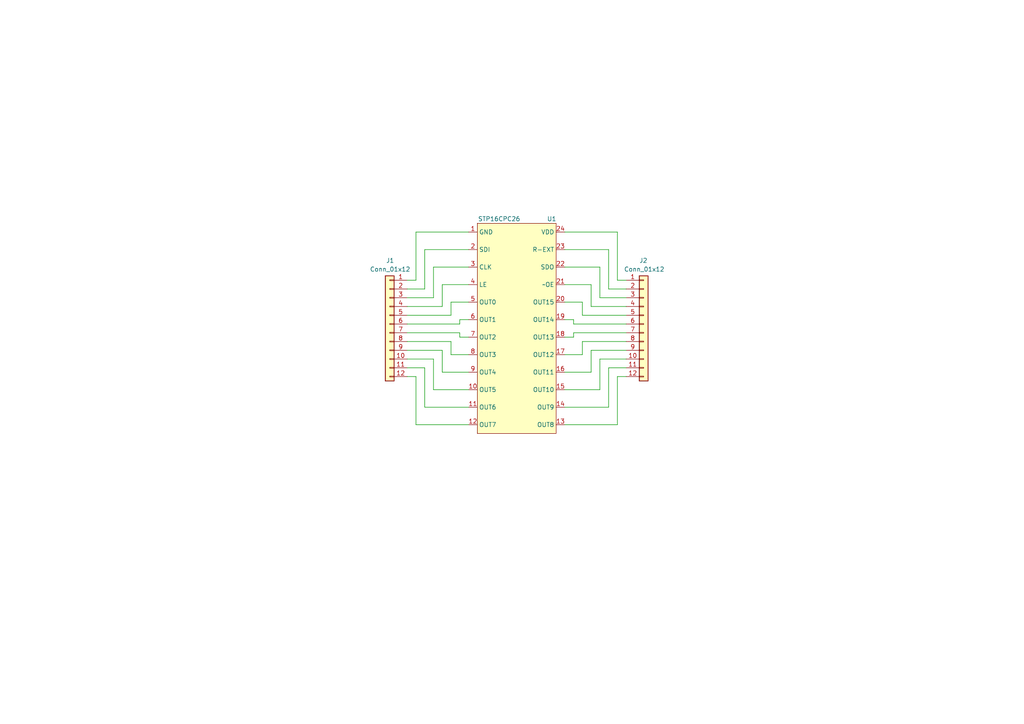
<source format=kicad_sch>
(kicad_sch (version 20210621) (generator eeschema)

  (uuid ed1cc64f-3a70-439f-9cc9-77264d8f794d)

  (paper "A4")

  (lib_symbols
    (symbol "Connector_Generic:Conn_01x12" (pin_names (offset 1.016) hide) (in_bom yes) (on_board yes)
      (property "Reference" "J" (id 0) (at 0 15.24 0)
        (effects (font (size 1.27 1.27)))
      )
      (property "Value" "Conn_01x12" (id 1) (at 0 -17.78 0)
        (effects (font (size 1.27 1.27)))
      )
      (property "Footprint" "" (id 2) (at 0 0 0)
        (effects (font (size 1.27 1.27)) hide)
      )
      (property "Datasheet" "~" (id 3) (at 0 0 0)
        (effects (font (size 1.27 1.27)) hide)
      )
      (property "ki_keywords" "connector" (id 4) (at 0 0 0)
        (effects (font (size 1.27 1.27)) hide)
      )
      (property "ki_description" "Generic connector, single row, 01x12, script generated (kicad-library-utils/schlib/autogen/connector/)" (id 5) (at 0 0 0)
        (effects (font (size 1.27 1.27)) hide)
      )
      (property "ki_fp_filters" "Connector*:*_1x??_*" (id 6) (at 0 0 0)
        (effects (font (size 1.27 1.27)) hide)
      )
      (symbol "Conn_01x12_1_1"
        (rectangle (start -1.27 -15.113) (end 0 -15.367)
          (stroke (width 0.1524)) (fill (type none))
        )
        (rectangle (start -1.27 -12.573) (end 0 -12.827)
          (stroke (width 0.1524)) (fill (type none))
        )
        (rectangle (start -1.27 -10.033) (end 0 -10.287)
          (stroke (width 0.1524)) (fill (type none))
        )
        (rectangle (start -1.27 -7.493) (end 0 -7.747)
          (stroke (width 0.1524)) (fill (type none))
        )
        (rectangle (start -1.27 -4.953) (end 0 -5.207)
          (stroke (width 0.1524)) (fill (type none))
        )
        (rectangle (start -1.27 -2.413) (end 0 -2.667)
          (stroke (width 0.1524)) (fill (type none))
        )
        (rectangle (start -1.27 0.127) (end 0 -0.127)
          (stroke (width 0.1524)) (fill (type none))
        )
        (rectangle (start -1.27 2.667) (end 0 2.413)
          (stroke (width 0.1524)) (fill (type none))
        )
        (rectangle (start -1.27 5.207) (end 0 4.953)
          (stroke (width 0.1524)) (fill (type none))
        )
        (rectangle (start -1.27 7.747) (end 0 7.493)
          (stroke (width 0.1524)) (fill (type none))
        )
        (rectangle (start -1.27 10.287) (end 0 10.033)
          (stroke (width 0.1524)) (fill (type none))
        )
        (rectangle (start -1.27 12.827) (end 0 12.573)
          (stroke (width 0.1524)) (fill (type none))
        )
        (rectangle (start -1.27 13.97) (end 1.27 -16.51)
          (stroke (width 0.254)) (fill (type background))
        )
        (pin passive line (at -5.08 12.7 0) (length 3.81)
          (name "Pin_1" (effects (font (size 1.27 1.27))))
          (number "1" (effects (font (size 1.27 1.27))))
        )
        (pin passive line (at -5.08 -10.16 0) (length 3.81)
          (name "Pin_10" (effects (font (size 1.27 1.27))))
          (number "10" (effects (font (size 1.27 1.27))))
        )
        (pin passive line (at -5.08 -12.7 0) (length 3.81)
          (name "Pin_11" (effects (font (size 1.27 1.27))))
          (number "11" (effects (font (size 1.27 1.27))))
        )
        (pin passive line (at -5.08 -15.24 0) (length 3.81)
          (name "Pin_12" (effects (font (size 1.27 1.27))))
          (number "12" (effects (font (size 1.27 1.27))))
        )
        (pin passive line (at -5.08 10.16 0) (length 3.81)
          (name "Pin_2" (effects (font (size 1.27 1.27))))
          (number "2" (effects (font (size 1.27 1.27))))
        )
        (pin passive line (at -5.08 7.62 0) (length 3.81)
          (name "Pin_3" (effects (font (size 1.27 1.27))))
          (number "3" (effects (font (size 1.27 1.27))))
        )
        (pin passive line (at -5.08 5.08 0) (length 3.81)
          (name "Pin_4" (effects (font (size 1.27 1.27))))
          (number "4" (effects (font (size 1.27 1.27))))
        )
        (pin passive line (at -5.08 2.54 0) (length 3.81)
          (name "Pin_5" (effects (font (size 1.27 1.27))))
          (number "5" (effects (font (size 1.27 1.27))))
        )
        (pin passive line (at -5.08 0 0) (length 3.81)
          (name "Pin_6" (effects (font (size 1.27 1.27))))
          (number "6" (effects (font (size 1.27 1.27))))
        )
        (pin passive line (at -5.08 -2.54 0) (length 3.81)
          (name "Pin_7" (effects (font (size 1.27 1.27))))
          (number "7" (effects (font (size 1.27 1.27))))
        )
        (pin passive line (at -5.08 -5.08 0) (length 3.81)
          (name "Pin_8" (effects (font (size 1.27 1.27))))
          (number "8" (effects (font (size 1.27 1.27))))
        )
        (pin passive line (at -5.08 -7.62 0) (length 3.81)
          (name "Pin_9" (effects (font (size 1.27 1.27))))
          (number "9" (effects (font (size 1.27 1.27))))
        )
      )
    )
    (symbol "SO-24_Breakout:STP16CPC26" (in_bom yes) (on_board yes)
      (property "Reference" "U" (id 0) (at 8.89 31.75 0)
        (effects (font (size 1.27 1.27)))
      )
      (property "Value" "STP16CPC26" (id 1) (at -5.08 31.75 0)
        (effects (font (size 1.27 1.27)))
      )
      (property "Footprint" "" (id 2) (at 0 20.32 0)
        (effects (font (size 1.27 1.27)) hide)
      )
      (property "Datasheet" "" (id 3) (at 0 20.32 0)
        (effects (font (size 1.27 1.27)) hide)
      )
      (symbol "STP16CPC26_0_1"
        (rectangle (start -11.43 30.48) (end 11.43 -30.48)
          (stroke (width 0.1524)) (fill (type background))
        )
      )
      (symbol "STP16CPC26_1_1"
        (pin power_in line (at -13.97 27.94 0) (length 2.54)
          (name "GND" (effects (font (size 1.27 1.27))))
          (number "1" (effects (font (size 1.27 1.27))))
        )
        (pin output line (at -13.97 -17.78 0) (length 2.54)
          (name "OUT5" (effects (font (size 1.27 1.27))))
          (number "10" (effects (font (size 1.27 1.27))))
        )
        (pin output line (at -13.97 -22.86 0) (length 2.54)
          (name "OUT6" (effects (font (size 1.27 1.27))))
          (number "11" (effects (font (size 1.27 1.27))))
        )
        (pin output line (at -13.97 -27.94 0) (length 2.54)
          (name "OUT7" (effects (font (size 1.27 1.27))))
          (number "12" (effects (font (size 1.27 1.27))))
        )
        (pin output line (at 13.97 -27.94 180) (length 2.54)
          (name "OUT8" (effects (font (size 1.27 1.27))))
          (number "13" (effects (font (size 1.27 1.27))))
        )
        (pin output line (at 13.97 -22.86 180) (length 2.54)
          (name "OUT9" (effects (font (size 1.27 1.27))))
          (number "14" (effects (font (size 1.27 1.27))))
        )
        (pin output line (at 13.97 -17.78 180) (length 2.54)
          (name "OUT10" (effects (font (size 1.27 1.27))))
          (number "15" (effects (font (size 1.27 1.27))))
        )
        (pin output line (at 13.97 -12.7 180) (length 2.54)
          (name "OUT11" (effects (font (size 1.27 1.27))))
          (number "16" (effects (font (size 1.27 1.27))))
        )
        (pin output line (at 13.97 -7.62 180) (length 2.54)
          (name "OUT12" (effects (font (size 1.27 1.27))))
          (number "17" (effects (font (size 1.27 1.27))))
        )
        (pin output line (at 13.97 -2.54 180) (length 2.54)
          (name "OUT13" (effects (font (size 1.27 1.27))))
          (number "18" (effects (font (size 1.27 1.27))))
        )
        (pin output line (at 13.97 2.54 180) (length 2.54)
          (name "OUT14" (effects (font (size 1.27 1.27))))
          (number "19" (effects (font (size 1.27 1.27))))
        )
        (pin input line (at -13.97 22.86 0) (length 2.54)
          (name "SDI" (effects (font (size 1.27 1.27))))
          (number "2" (effects (font (size 1.27 1.27))))
        )
        (pin output line (at 13.97 7.62 180) (length 2.54)
          (name "OUT15" (effects (font (size 1.27 1.27))))
          (number "20" (effects (font (size 1.27 1.27))))
        )
        (pin input line (at 13.97 12.7 180) (length 2.54)
          (name "~OE" (effects (font (size 1.27 1.27))))
          (number "21" (effects (font (size 1.27 1.27))))
        )
        (pin input line (at 13.97 17.78 180) (length 2.54)
          (name "SDO" (effects (font (size 1.27 1.27))))
          (number "22" (effects (font (size 1.27 1.27))))
        )
        (pin input line (at 13.97 22.86 180) (length 2.54)
          (name "R-EXT" (effects (font (size 1.27 1.27))))
          (number "23" (effects (font (size 1.27 1.27))))
        )
        (pin power_in line (at 13.97 27.94 180) (length 2.54)
          (name "VDD" (effects (font (size 1.27 1.27))))
          (number "24" (effects (font (size 1.27 1.27))))
        )
        (pin input line (at -13.97 17.78 0) (length 2.54)
          (name "CLK" (effects (font (size 1.27 1.27))))
          (number "3" (effects (font (size 1.27 1.27))))
        )
        (pin input line (at -13.97 12.7 0) (length 2.54)
          (name "LE" (effects (font (size 1.27 1.27))))
          (number "4" (effects (font (size 1.27 1.27))))
        )
        (pin output line (at -13.97 7.62 0) (length 2.54)
          (name "OUT0" (effects (font (size 1.27 1.27))))
          (number "5" (effects (font (size 1.27 1.27))))
        )
        (pin output line (at -13.97 2.54 0) (length 2.54)
          (name "OUT1" (effects (font (size 1.27 1.27))))
          (number "6" (effects (font (size 1.27 1.27))))
        )
        (pin output line (at -13.97 -2.54 0) (length 2.54)
          (name "OUT2" (effects (font (size 1.27 1.27))))
          (number "7" (effects (font (size 1.27 1.27))))
        )
        (pin output line (at -13.97 -7.62 0) (length 2.54)
          (name "OUT3" (effects (font (size 1.27 1.27))))
          (number "8" (effects (font (size 1.27 1.27))))
        )
        (pin output line (at -13.97 -12.7 0) (length 2.54)
          (name "OUT4" (effects (font (size 1.27 1.27))))
          (number "9" (effects (font (size 1.27 1.27))))
        )
      )
    )
  )


  (wire (pts (xy 118.11 81.28) (xy 120.65 81.28))
    (stroke (width 0) (type solid) (color 0 0 0 0))
    (uuid d95cf1e8-0398-4662-9fe0-f969b7d785a4)
  )
  (wire (pts (xy 118.11 83.82) (xy 123.19 83.82))
    (stroke (width 0) (type solid) (color 0 0 0 0))
    (uuid 307ce78b-af39-4d7e-a6c8-06d8a38a84d9)
  )
  (wire (pts (xy 118.11 86.36) (xy 125.73 86.36))
    (stroke (width 0) (type solid) (color 0 0 0 0))
    (uuid 0f92d0f3-9be9-4f72-95bf-9c6b81ec3839)
  )
  (wire (pts (xy 118.11 88.9) (xy 128.27 88.9))
    (stroke (width 0) (type solid) (color 0 0 0 0))
    (uuid e506bb53-f822-4f19-b4a4-be71c69358f5)
  )
  (wire (pts (xy 118.11 91.44) (xy 130.81 91.44))
    (stroke (width 0) (type solid) (color 0 0 0 0))
    (uuid 7a9bbbe9-2a52-41f8-b9f6-5ea93343aab0)
  )
  (wire (pts (xy 118.11 93.98) (xy 133.35 93.98))
    (stroke (width 0) (type solid) (color 0 0 0 0))
    (uuid d5dd11cc-c18e-4d02-a031-69ce82042ed7)
  )
  (wire (pts (xy 118.11 96.52) (xy 133.35 96.52))
    (stroke (width 0) (type solid) (color 0 0 0 0))
    (uuid 2df20c14-2a07-4624-8cac-ed6c7c4c5999)
  )
  (wire (pts (xy 120.65 67.31) (xy 120.65 81.28))
    (stroke (width 0) (type solid) (color 0 0 0 0))
    (uuid 0ad6aa2e-de84-4704-9273-b5f79406e268)
  )
  (wire (pts (xy 120.65 67.31) (xy 135.89 67.31))
    (stroke (width 0) (type solid) (color 0 0 0 0))
    (uuid 0ad6aa2e-de84-4704-9273-b5f79406e268)
  )
  (wire (pts (xy 120.65 109.22) (xy 118.11 109.22))
    (stroke (width 0) (type solid) (color 0 0 0 0))
    (uuid 0a8b11ee-8e5e-49a5-9e64-01d5365f33ee)
  )
  (wire (pts (xy 120.65 123.19) (xy 120.65 109.22))
    (stroke (width 0) (type solid) (color 0 0 0 0))
    (uuid 0a8b11ee-8e5e-49a5-9e64-01d5365f33ee)
  )
  (wire (pts (xy 123.19 72.39) (xy 123.19 83.82))
    (stroke (width 0) (type solid) (color 0 0 0 0))
    (uuid 54edce6c-0f91-4522-ba49-813192c4985a)
  )
  (wire (pts (xy 123.19 72.39) (xy 135.89 72.39))
    (stroke (width 0) (type solid) (color 0 0 0 0))
    (uuid 54edce6c-0f91-4522-ba49-813192c4985a)
  )
  (wire (pts (xy 123.19 106.68) (xy 118.11 106.68))
    (stroke (width 0) (type solid) (color 0 0 0 0))
    (uuid 043f67e1-8cec-4519-aeb2-7aab72b4b26e)
  )
  (wire (pts (xy 123.19 118.11) (xy 123.19 106.68))
    (stroke (width 0) (type solid) (color 0 0 0 0))
    (uuid 043f67e1-8cec-4519-aeb2-7aab72b4b26e)
  )
  (wire (pts (xy 125.73 77.47) (xy 125.73 86.36))
    (stroke (width 0) (type solid) (color 0 0 0 0))
    (uuid 0f92d0f3-9be9-4f72-95bf-9c6b81ec3839)
  )
  (wire (pts (xy 125.73 77.47) (xy 135.89 77.47))
    (stroke (width 0) (type solid) (color 0 0 0 0))
    (uuid 0f92d0f3-9be9-4f72-95bf-9c6b81ec3839)
  )
  (wire (pts (xy 125.73 104.14) (xy 118.11 104.14))
    (stroke (width 0) (type solid) (color 0 0 0 0))
    (uuid e191f1ea-ad07-4ad8-951f-a5c9d5c3c8bd)
  )
  (wire (pts (xy 125.73 113.03) (xy 125.73 104.14))
    (stroke (width 0) (type solid) (color 0 0 0 0))
    (uuid e191f1ea-ad07-4ad8-951f-a5c9d5c3c8bd)
  )
  (wire (pts (xy 128.27 82.55) (xy 128.27 88.9))
    (stroke (width 0) (type solid) (color 0 0 0 0))
    (uuid e506bb53-f822-4f19-b4a4-be71c69358f5)
  )
  (wire (pts (xy 128.27 82.55) (xy 135.89 82.55))
    (stroke (width 0) (type solid) (color 0 0 0 0))
    (uuid e506bb53-f822-4f19-b4a4-be71c69358f5)
  )
  (wire (pts (xy 128.27 101.6) (xy 118.11 101.6))
    (stroke (width 0) (type solid) (color 0 0 0 0))
    (uuid d37884e0-8b73-4847-b82b-d1a42eb88b61)
  )
  (wire (pts (xy 128.27 107.95) (xy 128.27 101.6))
    (stroke (width 0) (type solid) (color 0 0 0 0))
    (uuid d37884e0-8b73-4847-b82b-d1a42eb88b61)
  )
  (wire (pts (xy 130.81 87.63) (xy 130.81 91.44))
    (stroke (width 0) (type solid) (color 0 0 0 0))
    (uuid 7a9bbbe9-2a52-41f8-b9f6-5ea93343aab0)
  )
  (wire (pts (xy 130.81 87.63) (xy 135.89 87.63))
    (stroke (width 0) (type solid) (color 0 0 0 0))
    (uuid 7a9bbbe9-2a52-41f8-b9f6-5ea93343aab0)
  )
  (wire (pts (xy 130.81 99.06) (xy 118.11 99.06))
    (stroke (width 0) (type solid) (color 0 0 0 0))
    (uuid ab0228e5-5b67-4732-95e4-2b7f6d35800f)
  )
  (wire (pts (xy 130.81 102.87) (xy 130.81 99.06))
    (stroke (width 0) (type solid) (color 0 0 0 0))
    (uuid ab0228e5-5b67-4732-95e4-2b7f6d35800f)
  )
  (wire (pts (xy 133.35 92.71) (xy 133.35 93.98))
    (stroke (width 0) (type solid) (color 0 0 0 0))
    (uuid d5dd11cc-c18e-4d02-a031-69ce82042ed7)
  )
  (wire (pts (xy 133.35 92.71) (xy 135.89 92.71))
    (stroke (width 0) (type solid) (color 0 0 0 0))
    (uuid d5dd11cc-c18e-4d02-a031-69ce82042ed7)
  )
  (wire (pts (xy 133.35 97.79) (xy 133.35 96.52))
    (stroke (width 0) (type solid) (color 0 0 0 0))
    (uuid 2df20c14-2a07-4624-8cac-ed6c7c4c5999)
  )
  (wire (pts (xy 133.35 97.79) (xy 135.89 97.79))
    (stroke (width 0) (type solid) (color 0 0 0 0))
    (uuid 2df20c14-2a07-4624-8cac-ed6c7c4c5999)
  )
  (wire (pts (xy 135.89 102.87) (xy 130.81 102.87))
    (stroke (width 0) (type solid) (color 0 0 0 0))
    (uuid ab0228e5-5b67-4732-95e4-2b7f6d35800f)
  )
  (wire (pts (xy 135.89 107.95) (xy 128.27 107.95))
    (stroke (width 0) (type solid) (color 0 0 0 0))
    (uuid d37884e0-8b73-4847-b82b-d1a42eb88b61)
  )
  (wire (pts (xy 135.89 113.03) (xy 125.73 113.03))
    (stroke (width 0) (type solid) (color 0 0 0 0))
    (uuid e191f1ea-ad07-4ad8-951f-a5c9d5c3c8bd)
  )
  (wire (pts (xy 135.89 118.11) (xy 123.19 118.11))
    (stroke (width 0) (type solid) (color 0 0 0 0))
    (uuid 043f67e1-8cec-4519-aeb2-7aab72b4b26e)
  )
  (wire (pts (xy 135.89 123.19) (xy 120.65 123.19))
    (stroke (width 0) (type solid) (color 0 0 0 0))
    (uuid 0a8b11ee-8e5e-49a5-9e64-01d5365f33ee)
  )
  (wire (pts (xy 163.83 77.47) (xy 173.99 77.47))
    (stroke (width 0) (type solid) (color 0 0 0 0))
    (uuid 176060d0-ed3b-49fc-9117-63118be7df48)
  )
  (wire (pts (xy 163.83 82.55) (xy 171.45 82.55))
    (stroke (width 0) (type solid) (color 0 0 0 0))
    (uuid 12503497-5a49-4484-9f2c-2ca661969e73)
  )
  (wire (pts (xy 163.83 87.63) (xy 168.91 87.63))
    (stroke (width 0) (type solid) (color 0 0 0 0))
    (uuid 1eaa2a78-4d85-4875-a298-ee845fac1f77)
  )
  (wire (pts (xy 163.83 92.71) (xy 166.37 92.71))
    (stroke (width 0) (type solid) (color 0 0 0 0))
    (uuid 9ed725fa-b342-43da-928c-96ecc2d6e434)
  )
  (wire (pts (xy 163.83 102.87) (xy 168.91 102.87))
    (stroke (width 0) (type solid) (color 0 0 0 0))
    (uuid e32f3996-6c5c-4881-b110-8c38b04ad55e)
  )
  (wire (pts (xy 163.83 107.95) (xy 171.45 107.95))
    (stroke (width 0) (type solid) (color 0 0 0 0))
    (uuid 824c7dbe-370e-4801-854c-2c539c131d21)
  )
  (wire (pts (xy 163.83 113.03) (xy 173.99 113.03))
    (stroke (width 0) (type solid) (color 0 0 0 0))
    (uuid 7b9159c8-8f12-42ab-9406-912e20e56e2e)
  )
  (wire (pts (xy 163.83 118.11) (xy 176.53 118.11))
    (stroke (width 0) (type solid) (color 0 0 0 0))
    (uuid b4444d8e-99ef-4dad-acd0-e41292e25062)
  )
  (wire (pts (xy 163.83 123.19) (xy 179.07 123.19))
    (stroke (width 0) (type solid) (color 0 0 0 0))
    (uuid dc69a1aa-0632-4aa3-a6cc-7209cab31c2d)
  )
  (wire (pts (xy 166.37 92.71) (xy 166.37 93.98))
    (stroke (width 0) (type solid) (color 0 0 0 0))
    (uuid 9ed725fa-b342-43da-928c-96ecc2d6e434)
  )
  (wire (pts (xy 166.37 93.98) (xy 181.61 93.98))
    (stroke (width 0) (type solid) (color 0 0 0 0))
    (uuid 9ed725fa-b342-43da-928c-96ecc2d6e434)
  )
  (wire (pts (xy 166.37 96.52) (xy 181.61 96.52))
    (stroke (width 0) (type solid) (color 0 0 0 0))
    (uuid 4e8ca25e-0efe-449a-a83f-b129d6e57945)
  )
  (wire (pts (xy 166.37 97.79) (xy 163.83 97.79))
    (stroke (width 0) (type solid) (color 0 0 0 0))
    (uuid 1fe1711a-ee0a-43dd-b729-425d803cfa3f)
  )
  (wire (pts (xy 166.37 97.79) (xy 166.37 96.52))
    (stroke (width 0) (type solid) (color 0 0 0 0))
    (uuid 4fef7338-7203-4439-bc23-e8eee3de7eed)
  )
  (wire (pts (xy 168.91 87.63) (xy 168.91 91.44))
    (stroke (width 0) (type solid) (color 0 0 0 0))
    (uuid 1eaa2a78-4d85-4875-a298-ee845fac1f77)
  )
  (wire (pts (xy 168.91 91.44) (xy 181.61 91.44))
    (stroke (width 0) (type solid) (color 0 0 0 0))
    (uuid 1eaa2a78-4d85-4875-a298-ee845fac1f77)
  )
  (wire (pts (xy 168.91 99.06) (xy 181.61 99.06))
    (stroke (width 0) (type solid) (color 0 0 0 0))
    (uuid e32f3996-6c5c-4881-b110-8c38b04ad55e)
  )
  (wire (pts (xy 168.91 102.87) (xy 168.91 99.06))
    (stroke (width 0) (type solid) (color 0 0 0 0))
    (uuid e32f3996-6c5c-4881-b110-8c38b04ad55e)
  )
  (wire (pts (xy 171.45 82.55) (xy 171.45 88.9))
    (stroke (width 0) (type solid) (color 0 0 0 0))
    (uuid 12503497-5a49-4484-9f2c-2ca661969e73)
  )
  (wire (pts (xy 171.45 88.9) (xy 181.61 88.9))
    (stroke (width 0) (type solid) (color 0 0 0 0))
    (uuid 12503497-5a49-4484-9f2c-2ca661969e73)
  )
  (wire (pts (xy 171.45 101.6) (xy 181.61 101.6))
    (stroke (width 0) (type solid) (color 0 0 0 0))
    (uuid 824c7dbe-370e-4801-854c-2c539c131d21)
  )
  (wire (pts (xy 171.45 107.95) (xy 171.45 101.6))
    (stroke (width 0) (type solid) (color 0 0 0 0))
    (uuid 824c7dbe-370e-4801-854c-2c539c131d21)
  )
  (wire (pts (xy 173.99 77.47) (xy 173.99 86.36))
    (stroke (width 0) (type solid) (color 0 0 0 0))
    (uuid 176060d0-ed3b-49fc-9117-63118be7df48)
  )
  (wire (pts (xy 173.99 86.36) (xy 181.61 86.36))
    (stroke (width 0) (type solid) (color 0 0 0 0))
    (uuid 176060d0-ed3b-49fc-9117-63118be7df48)
  )
  (wire (pts (xy 173.99 104.14) (xy 181.61 104.14))
    (stroke (width 0) (type solid) (color 0 0 0 0))
    (uuid 7b9159c8-8f12-42ab-9406-912e20e56e2e)
  )
  (wire (pts (xy 173.99 113.03) (xy 173.99 104.14))
    (stroke (width 0) (type solid) (color 0 0 0 0))
    (uuid 7b9159c8-8f12-42ab-9406-912e20e56e2e)
  )
  (wire (pts (xy 176.53 72.39) (xy 163.83 72.39))
    (stroke (width 0) (type solid) (color 0 0 0 0))
    (uuid d1037cf1-3f34-4712-b993-d705463a6407)
  )
  (wire (pts (xy 176.53 83.82) (xy 176.53 72.39))
    (stroke (width 0) (type solid) (color 0 0 0 0))
    (uuid d1037cf1-3f34-4712-b993-d705463a6407)
  )
  (wire (pts (xy 176.53 106.68) (xy 181.61 106.68))
    (stroke (width 0) (type solid) (color 0 0 0 0))
    (uuid b4444d8e-99ef-4dad-acd0-e41292e25062)
  )
  (wire (pts (xy 176.53 118.11) (xy 176.53 106.68))
    (stroke (width 0) (type solid) (color 0 0 0 0))
    (uuid b4444d8e-99ef-4dad-acd0-e41292e25062)
  )
  (wire (pts (xy 179.07 67.31) (xy 163.83 67.31))
    (stroke (width 0) (type solid) (color 0 0 0 0))
    (uuid 9567a0c3-4a0d-4562-b656-836210cab848)
  )
  (wire (pts (xy 179.07 81.28) (xy 179.07 67.31))
    (stroke (width 0) (type solid) (color 0 0 0 0))
    (uuid 9567a0c3-4a0d-4562-b656-836210cab848)
  )
  (wire (pts (xy 179.07 109.22) (xy 181.61 109.22))
    (stroke (width 0) (type solid) (color 0 0 0 0))
    (uuid dc69a1aa-0632-4aa3-a6cc-7209cab31c2d)
  )
  (wire (pts (xy 179.07 123.19) (xy 179.07 109.22))
    (stroke (width 0) (type solid) (color 0 0 0 0))
    (uuid dc69a1aa-0632-4aa3-a6cc-7209cab31c2d)
  )
  (wire (pts (xy 181.61 81.28) (xy 179.07 81.28))
    (stroke (width 0) (type solid) (color 0 0 0 0))
    (uuid 9567a0c3-4a0d-4562-b656-836210cab848)
  )
  (wire (pts (xy 181.61 83.82) (xy 176.53 83.82))
    (stroke (width 0) (type solid) (color 0 0 0 0))
    (uuid d1037cf1-3f34-4712-b993-d705463a6407)
  )

  (symbol (lib_id "Connector_Generic:Conn_01x12") (at 113.03 93.98 0) (mirror y) (unit 1)
    (in_bom yes) (on_board yes)
    (uuid 492bec60-fdd3-4dfd-b408-23b6cf9820f0)
    (property "Reference" "J1" (id 0) (at 113.157 75.565 0))
    (property "Value" "Conn_01x12" (id 1) (at 113.157 78.105 0))
    (property "Footprint" "SO-24_Breakout:PinHeader_1x12_P2.54mm_Vertical" (id 2) (at 113.03 93.98 0)
      (effects (font (size 1.27 1.27)) hide)
    )
    (property "Datasheet" "~" (id 3) (at 113.03 93.98 0)
      (effects (font (size 1.27 1.27)) hide)
    )
    (pin "1" (uuid ac7ef2e3-b4ab-4056-aaaa-457935566a3a))
    (pin "10" (uuid 63310b5c-67bc-4578-9381-28803e1d68ac))
    (pin "11" (uuid 0a428ebd-bef6-4149-8f8a-a7bddf2709ce))
    (pin "12" (uuid fdc5681b-9800-4c44-b927-02c9c41b261c))
    (pin "2" (uuid 4463409f-c013-480d-afc5-9c3bfd5c9036))
    (pin "3" (uuid 210abcf1-eecd-4ad2-851c-16bb6605e387))
    (pin "4" (uuid f01e37ae-4b09-41f9-9541-30a519a0094c))
    (pin "5" (uuid 5b14cccc-734f-49f6-817b-685542cb63f7))
    (pin "6" (uuid 6fee0bc9-c238-4b9e-b48f-5e0239cc4e23))
    (pin "7" (uuid c61d117c-72c3-418f-a018-2cea27a7e1a6))
    (pin "8" (uuid cc1ae4ed-9ed2-4bd5-8817-acf37190c089))
    (pin "9" (uuid f5e39a56-843d-4312-a5b8-8caefe55a8d2))
  )

  (symbol (lib_id "Connector_Generic:Conn_01x12") (at 186.69 93.98 0) (unit 1)
    (in_bom yes) (on_board yes)
    (uuid 509381a1-cdc7-4315-b047-409cb7c92214)
    (property "Reference" "J2" (id 0) (at 185.42 75.5649 0)
      (effects (font (size 1.27 1.27)) (justify left))
    )
    (property "Value" "Conn_01x12" (id 1) (at 180.975 78.1049 0)
      (effects (font (size 1.27 1.27)) (justify left))
    )
    (property "Footprint" "SO-24_Breakout:PinHeader_1x12_P2.54mm_Vertical_No_GND" (id 2) (at 186.69 93.98 0)
      (effects (font (size 1.27 1.27)) hide)
    )
    (property "Datasheet" "~" (id 3) (at 186.69 93.98 0)
      (effects (font (size 1.27 1.27)) hide)
    )
    (pin "1" (uuid daf9a3b0-2878-49d0-b6f0-ea8a3a941365))
    (pin "10" (uuid b70acdfc-d84d-4c72-99a6-6fa8e9ba757b))
    (pin "11" (uuid d2d7980d-19f6-41e9-b88e-8bed0ab1d0e1))
    (pin "12" (uuid d731f799-8175-4e66-b985-fe7dd93fa0a0))
    (pin "2" (uuid 4e639e0a-9098-4f8e-976f-c010dc0f94c1))
    (pin "3" (uuid 2268adee-6803-4418-bcc7-590f2e870209))
    (pin "4" (uuid 1b28ae64-56df-42e2-80b5-76f5d6b9a36c))
    (pin "5" (uuid fe430e4e-beef-4e0f-9df8-4d350b1d4ea9))
    (pin "6" (uuid 077cf2e5-8651-47de-8517-5d1c9e65b886))
    (pin "7" (uuid 51f8c459-75ca-4059-9158-988ff3e297af))
    (pin "8" (uuid 37d2723d-90a6-465d-8c39-d21dc502ca90))
    (pin "9" (uuid 6b9d56d5-1d50-4411-a6a2-8f79aa6cc8b7))
  )

  (symbol (lib_id "SO-24_Breakout:STP16CPC26") (at 149.86 95.25 0) (unit 1)
    (in_bom yes) (on_board yes)
    (uuid bddb94c2-491a-47b7-9434-87d5a0e421f8)
    (property "Reference" "U1" (id 0) (at 160.02 63.5 0))
    (property "Value" "STP16CPC26" (id 1) (at 144.78 63.5 0))
    (property "Footprint" "SO-24_Breakout:SOIC-24W_7.5x15.4mm_P1.27mm" (id 2) (at 149.86 74.93 0)
      (effects (font (size 1.27 1.27)) hide)
    )
    (property "Datasheet" "" (id 3) (at 149.86 74.93 0)
      (effects (font (size 1.27 1.27)) hide)
    )
    (pin "1" (uuid 47786db0-4a23-4b50-8e9e-3f2e3e252f56))
    (pin "10" (uuid d21199f8-a3d8-486d-a11d-36f1c879cfa0))
    (pin "11" (uuid 4e6a943f-75df-4ec0-8f9d-ab2cca112ac7))
    (pin "12" (uuid 9fc614b2-8347-4fdb-bf41-577d098187dc))
    (pin "13" (uuid 996b835f-8ac1-41cd-b7e0-7271147a4a77))
    (pin "14" (uuid 1f1ffd35-0d49-415f-be7b-6f9bd73b741e))
    (pin "15" (uuid 78234ae9-c2a1-4017-9eaf-c8c5e3c93743))
    (pin "16" (uuid 8f04ffcc-2e97-499c-89c5-4d76d72fb820))
    (pin "17" (uuid 4a8ca9b4-1e95-4c4b-b461-b3c1968163dc))
    (pin "18" (uuid c59c754d-5da4-4091-b3d1-72b158cf4b78))
    (pin "19" (uuid 1d9b2a47-2e82-4811-ada5-dc7bcc7d3b02))
    (pin "2" (uuid 34f0c9ee-5cde-4774-9743-e1264194876e))
    (pin "20" (uuid a5f3dc3d-fd37-4964-8ecc-c21b11ab843d))
    (pin "21" (uuid 3145cac8-d8b3-4c5d-849d-b74123acdbab))
    (pin "22" (uuid f02b5832-6708-476a-b65b-2d98c59605c0))
    (pin "23" (uuid 244cc8f8-b834-4b3e-a0dd-62b0a742398f))
    (pin "24" (uuid c910818f-84c6-498e-8b73-8e0234402580))
    (pin "3" (uuid c80cb9ec-af28-4f0c-9212-c7154bbda461))
    (pin "4" (uuid 9a5a0a85-741b-45a6-90b3-c257754cb527))
    (pin "5" (uuid ba0042fc-1f06-4228-b914-582149aa3cf7))
    (pin "6" (uuid 68fb206a-8834-48e2-8314-e6541a1d654c))
    (pin "7" (uuid d18e274e-a4d3-413e-a7eb-769d1631ba37))
    (pin "8" (uuid 699366d2-a226-4767-a23c-760d8d77f96a))
    (pin "9" (uuid 4b194497-0b2e-45bd-b6e9-44055ad6aacd))
  )

  (sheet_instances
    (path "/" (page "1"))
  )

  (symbol_instances
    (path "/492bec60-fdd3-4dfd-b408-23b6cf9820f0"
      (reference "J1") (unit 1) (value "Conn_01x12") (footprint "SO-24_Breakout:PinHeader_1x12_P2.54mm_Vertical")
    )
    (path "/509381a1-cdc7-4315-b047-409cb7c92214"
      (reference "J2") (unit 1) (value "Conn_01x12") (footprint "SO-24_Breakout:PinHeader_1x12_P2.54mm_Vertical_No_GND")
    )
    (path "/bddb94c2-491a-47b7-9434-87d5a0e421f8"
      (reference "U1") (unit 1) (value "STP16CPC26") (footprint "SO-24_Breakout:SOIC-24W_7.5x15.4mm_P1.27mm")
    )
  )
)

</source>
